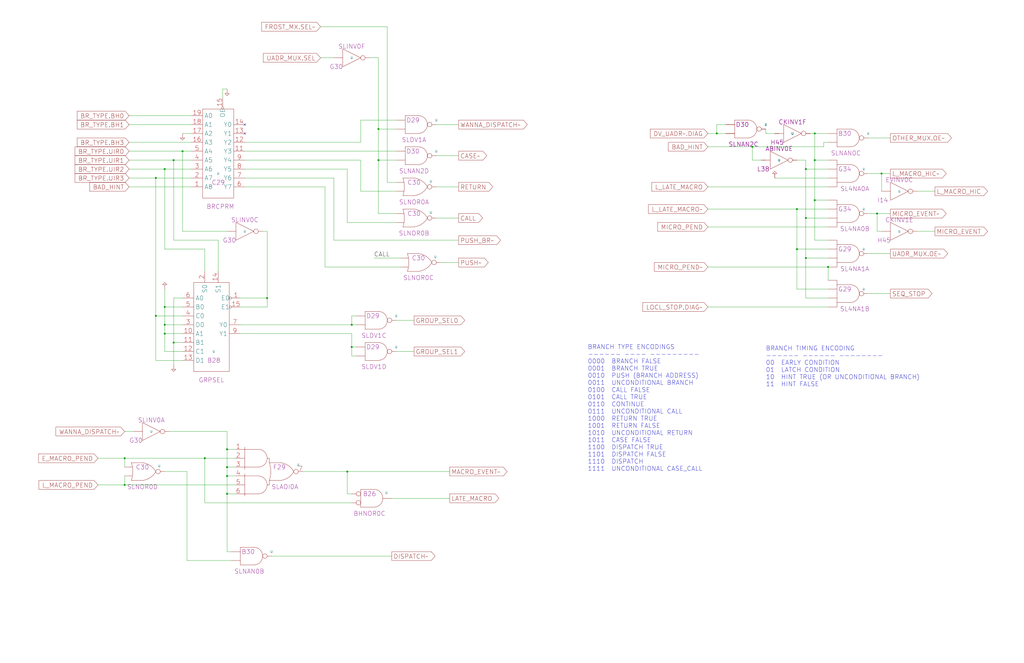
<source format=kicad_sch>
(kicad_sch (version 20220404) (generator eeschema)
  (paper "User" 584.2 378.46)
  (title_block (title "BRANCH TYPE DECODE & UADR OE") (date "22-MAY-90") (rev "1.0") (comment 1 "SEQUENCER") (comment 2 "232-003064") (comment 3 "S400") (comment 4 "RELEASED"))
  (lib_symbols
    (symbol "r1000:F00" (pin_numbers hide) (pin_names hide)
      (property "Reference" "U" (at 15.24 0 0))
      (property "Value" "F00" (at 1.905 -5.08 0))
      (property "Location" "___" (at 1.905 0 0))
      (property "Name" "______" (at 2.54 -12.7 0))
      (symbol "F00_0_1"
        (polyline (pts (xy -2.54 -7.62) (xy 5.08 -7.62)) (stroke (width 0.1524)))
        (polyline (pts (xy -2.54 2.54) (xy -2.54 -7.62)) (stroke (width 0.1524)))
        (polyline (pts (xy -2.54 2.54) (xy 5.08 2.54)) (stroke (width 0.1524)))
        (arc (start 5.08 -7.62) (mid 10.1282 -2.54) (end 5.08 2.54) (stroke (width 0.1524)))
        (circle (center 11.43 -2.54) (radius 1.27) (stroke (width 0.1524)))
      )
      (symbol "F00_0_2"
        (circle (center -3.81 -5.08) (radius 1.27) (stroke (width 0.1524)))
        (circle (center -3.81 0) (radius 1.27) (stroke (width 0.1524)))
        (arc (start -3.175 -7.62) (mid -2.134 -2.54) (end -3.175 2.54) (stroke (width 0.1524)))
        (polyline (pts (xy -3.175 -7.62) (xy 3.81 -7.62)) (stroke (width 0.1524)))
        (polyline (pts (xy -3.175 2.54) (xy 3.81 2.54)) (stroke (width 0.1524)))
        (arc (start 3.81 -7.62) (mid 7.5855 -5.8306) (end 10.16 -2.54) (stroke (width 0.1524)))
        (arc (start 10.16 -2.54) (mid 7.5827 0.7471) (end 3.81 2.54) (stroke (width 0.1524)))
      )
      (symbol "F00_1_1"
        (pin input line (at -7.62 0 0) (length 5.08) (name "D0") (number "1"))
        (pin input line (at -7.62 -5.08 0) (length 5.08) (name "D1") (number "2"))
        (pin output line (at 15.24 -2.54 180) (length 2.54) (name "Q") (number "3"))
      )
      (symbol "F00_1_2"
        (pin input line (at -7.62 0 0) (length 2.54) (name "D0") (number "1"))
        (pin input line (at -7.62 -5.08 0) (length 2.54) (name "D1") (number "2"))
        (pin output line (at 15.24 -2.54 180) (length 5.08) (name "Q") (number "3"))
      )
    )
    (symbol "r1000:F02" (pin_numbers hide) (pin_names hide)
      (property "Reference" "U" (at 12.16 0.635 0))
      (property "Value" "F02" (at -1.27 -4.445 0))
      (property "Location" "___" (at 2.54 0 0))
      (property "Name" "______" (at 2.54 -12.7 0))
      (symbol "F02_0_1"
        (arc (start -3.81 -7.62) (mid -2.9847 -2.54) (end -3.81 2.54) (stroke (width 0.1524)))
        (polyline (pts (xy -5.08 -5.08) (xy -3.175 -5.08)) (stroke (width 0.1524)))
        (polyline (pts (xy -5.08 0) (xy -3.175 0)) (stroke (width 0.1524)))
        (polyline (pts (xy -3.81 -7.62) (xy 2.54 -7.62)) (stroke (width 0.1524)))
        (polyline (pts (xy -3.81 2.54) (xy 2.54 2.54)) (stroke (width 0.1524)))
        (polyline (pts (xy 13.97 -2.54) (xy 12.7 -2.54)) (stroke (width 0.1524)))
        (arc (start 2.54 -7.62) (mid 6.9515 -5.9823) (end 10.16 -2.54) (stroke (width 0.1524)))
        (arc (start 10.16 -2.54) (mid 6.9478 0.8966) (end 2.54 2.54) (stroke (width 0.1524)))
        (circle (center 11.43 -2.54) (radius 1.27) (stroke (width 0.1524)))
      )
      (symbol "F02_0_2"
        (circle (center -3.81 -5.08) (radius 1.27) (stroke (width 0.1524)))
        (circle (center -3.81 0) (radius 1.27) (stroke (width 0.1524)))
        (polyline (pts (xy -2.54 -7.62) (xy 5.08 -7.62)) (stroke (width 0.1524)))
        (polyline (pts (xy -2.54 2.54) (xy -2.54 -7.62)) (stroke (width 0.1524)))
        (polyline (pts (xy -2.54 2.54) (xy 5.08 2.54)) (stroke (width 0.1524)))
        (polyline (pts (xy 11.43 -2.54) (xy 10.16 -2.54)) (stroke (width 0.1524)))
        (polyline (pts (xy 11.43 -2.54) (xy 12.7 -2.54)) (stroke (width 0.1524)))
        (arc (start 5.08 -7.62) (mid 10.1282 -2.54) (end 5.08 2.54) (stroke (width 0.1524)))
      )
      (symbol "F02_1_1"
        (pin input line (at -7.62 0 0) (length 2.54) (name "D0") (number "1"))
        (pin input line (at -7.62 -5.08 0) (length 2.54) (name "D1") (number "2"))
        (pin output line (at 15.24 -2.54 180) (length 1.27) (name "Q") (number "3"))
      )
      (symbol "F02_1_2"
        (pin input line (at -7.62 0 0) (length 2.54) (name "D0") (number "1"))
        (pin input line (at -7.62 -5.08 0) (length 2.54) (name "D1") (number "2"))
        (pin output line (at 15.24 -2.54 180) (length 2.54) (name "Q") (number "3"))
      )
    )
    (symbol "r1000:F04" (pin_numbers hide) (pin_names hide)
      (property "Reference" "U" (at 0 0 0))
      (property "Value" "F04" (at 1.27 -5.08 0))
      (property "Location" "___" (at -12.7 -5.08 0))
      (property "Name" "______" (at 0 5.08 0))
      (symbol "F04_0_1"
        (polyline (pts (xy -7.62 0) (xy -5.08 0)) (stroke (width 0.1524)))
        (polyline (pts (xy -5.08 5.08) (xy -5.08 -5.08)) (stroke (width 0.1524)))
        (polyline (pts (xy 5.08 0) (xy -5.08 -5.08)) (stroke (width 0.1524)))
        (polyline (pts (xy 5.08 0) (xy -5.08 5.08)) (stroke (width 0.1524)))
        (circle (center 6.35 0) (radius 1.27) (stroke (width 0.1524)))
      )
      (symbol "F04_1_1"
        (pin input line (at -10.16 0 0) (length 2.54) (name "D0") (number "1"))
        (pin output line (at 10.16 0 180) (length 2.54) (name "Q") (number "2"))
      )
    )
    (symbol "r1000:F153" (pin_names (offset 1.016))
      (property "Reference" "U" (at 2.54 5.08 0))
      (property "Value" "F153" (at -3.81 -5.08 0))
      (property "Location" "___" (at -1.27 0 0))
      (property "Name" "______" (at 1.27 -12.7 0))
      (symbol "F153_1_1"
        (rectangle (start -8.89 44.45) (end 11.43 -6.35))
        (circle (center 12.065 30.48) (radius 0.635))
        (circle (center 12.065 35.56) (radius 0.635))
        (pin input line (at 17.78 35.56 180) (length 5.08) (name "E0") (number "1"))
        (pin input line (at -15.24 15.24 0) (length 6.35) (name "A1") (number "10"))
        (pin input line (at -15.24 10.16 0) (length 6.35) (name "B1") (number "11"))
        (pin input line (at -15.24 5.08 0) (length 6.35) (name "C1") (number "12"))
        (pin input line (at -15.24 0 0) (length 6.35) (name "D1") (number "13"))
        (pin input line (at 5.08 50.8 270) (length 6.35) (name "S1") (number "14"))
        (pin input line (at 17.78 30.48 180) (length 5.08) (name "E1") (number "15"))
        (pin input line (at -2.54 50.8 270) (length 6.35) (name "S0") (number "2"))
        (pin input line (at -15.24 20.32 0) (length 6.35) (name "D0") (number "3"))
        (pin input line (at -15.24 25.4 0) (length 6.35) (name "C0") (number "4"))
        (pin input line (at -15.24 30.48 0) (length 6.35) (name "B0") (number "5"))
        (pin input line (at -15.24 35.56 0) (length 6.35) (name "A0") (number "6"))
        (pin output line (at 17.78 20.32 180) (length 6.35) (name "Y0") (number "7"))
        (pin output line (at 17.78 15.24 180) (length 6.35) (name "Y1") (number "9"))
      )
    )
    (symbol "r1000:F37" (pin_numbers hide) (pin_names (offset 0) hide)
      (property "Reference" "U" (at 15.24 0 0))
      (property "Value" "F37" (at 1.905 -5.08 0))
      (property "Location" "___" (at 1.905 0 0))
      (property "Name" "______" (at 2.54 -12.7 0))
      (symbol "F37_0_1"
        (polyline (pts (xy -2.54 -7.62) (xy 5.08 -7.62)) (stroke (width 0.1524)))
        (polyline (pts (xy -2.54 2.54) (xy -2.54 -7.62)) (stroke (width 0.1524)))
        (polyline (pts (xy -2.54 2.54) (xy 5.08 2.54)) (stroke (width 0.1524)))
        (arc (start 5.08 -7.62) (mid 10.1282 -2.54) (end 5.08 2.54) (stroke (width 0.1524)))
        (circle (center 11.43 -2.54) (radius 1.27) (stroke (width 0.1524)))
      )
      (symbol "F37_0_2"
        (circle (center -3.81 -5.08) (radius 1.27) (stroke (width 0.1524)))
        (circle (center -3.81 0) (radius 1.27) (stroke (width 0.1524)))
        (arc (start -3.175 -7.62) (mid -2.134 -2.54) (end -3.175 2.54) (stroke (width 0.1524)))
        (polyline (pts (xy -3.175 -7.62) (xy 3.81 -7.62)) (stroke (width 0.1524)))
        (polyline (pts (xy -3.175 2.54) (xy 3.81 2.54)) (stroke (width 0.1524)))
        (arc (start 3.81 -7.62) (mid 7.5855 -5.8306) (end 10.16 -2.54) (stroke (width 0.1524)))
        (arc (start 10.16 -2.54) (mid 7.5827 0.7471) (end 3.81 2.54) (stroke (width 0.1524)))
      )
      (symbol "F37_1_1"
        (pin input line (at -7.62 0 0) (length 5.08) (name "D0") (number "1"))
        (pin input line (at -7.62 -5.08 0) (length 5.08) (name "D1") (number "2"))
        (pin output line (at 15.24 -2.54 180) (length 2.54) (name "Q") (number "3"))
      )
      (symbol "F37_1_2"
        (pin input line (at -7.62 0 0) (length 2.54) (name "D0") (number "1"))
        (pin input line (at -7.62 -5.08 0) (length 2.54) (name "D1") (number "2"))
        (pin output line (at 15.24 -2.54 180) (length 5.08) (name "Q") (number "3"))
      )
    )
    (symbol "r1000:F40" (pin_numbers hide) (pin_names hide)
      (property "Reference" "U" (at 12.7 2.54 0))
      (property "Value" "F40" (at 1.905 -2.54 0))
      (property "Location" "___" (at 1.905 2.54 0))
      (property "Name" "______" (at 7.62 -10.16 0))
      (symbol "F40_0_0"
        (polyline (pts (xy -2.54 -5.08) (xy 5.08 -5.08)) (stroke (width 0.1524)))
        (polyline (pts (xy -2.54 5.08) (xy 5.08 5.08)) (stroke (width 0.1524)))
        (arc (start 5.08 -5.08) (mid 8.6721 -3.5921) (end 10.16 0) (stroke (width 0.1524)))
        (arc (start 10.16 0) (mid 8.6721 3.5921) (end 5.08 5.08) (stroke (width 0.1524)))
        (circle (center 11.43 0) (radius 1.27) (stroke (width 0.1524)))
      )
      (symbol "F40_0_1"
        (polyline (pts (xy -2.54 -5.08) (xy -2.54 -7.62)) (stroke (width 0.1524)))
        (polyline (pts (xy -2.54 5.08) (xy -2.54 -5.08)) (stroke (width 0.1524)))
        (polyline (pts (xy -2.54 7.62) (xy -2.54 5.08)) (stroke (width 0.1524)))
      )
      (symbol "F40_1_1"
        (pin input line (at -7.62 7.62 0) (length 5.08) (name "D0") (number "1"))
        (pin input line (at -7.62 2.54 0) (length 5.08) (name "D3") (number "2"))
        (pin input line (at -7.62 -2.54 0) (length 5.08) (name "D4") (number "4"))
        (pin input line (at -7.62 -7.62 0) (length 5.08) (name "D5") (number "5"))
        (pin output line (at 15.24 0 180) (length 2.54) (name "Q") (number "6"))
      )
    )
    (symbol "r1000:F51" (pin_names hide)
      (property "Reference" "U" (at 12.7 1.27 0))
      (property "Value" "F51" (at 1.905 -5.08 0))
      (property "Location" "___" (at 1.905 0 0))
      (property "Name" "______" (at 5.08 -12.7 0))
      (symbol "F51_0_0"
        (arc (start -10.16 -15.24) (mid -6.5679 -13.7521) (end -5.08 -10.16) (stroke (width 0.1524)))
        (arc (start -10.16 0) (mid -6.5679 1.4879) (end -5.08 5.08) (stroke (width 0.1524)))
        (arc (start -5.08 -10.16) (mid -6.5679 -6.5679) (end -10.16 -5.08) (stroke (width 0.1524)))
        (arc (start -5.08 5.08) (mid -6.5679 8.6721) (end -10.16 10.16) (stroke (width 0.1524)))
        (arc (start -3.8173 -7.62) (mid -2.9926 -2.54) (end -3.8173 2.54) (stroke (width 0.1524)))
        (polyline (pts (xy -20.32 -15.24) (xy -17.78 -15.24)) (stroke (width 0.1524)))
        (polyline (pts (xy -20.32 -10.16) (xy -17.78 -10.16)) (stroke (width 0.1524)))
        (polyline (pts (xy -20.32 -5.08) (xy -17.78 -5.08)) (stroke (width 0.1524)))
        (polyline (pts (xy -20.32 0) (xy -17.78 0)) (stroke (width 0.1524)))
        (polyline (pts (xy -20.32 5.08) (xy -17.78 5.08)) (stroke (width 0.1524)))
        (polyline (pts (xy -20.32 10.16) (xy -17.78 10.16)) (stroke (width 0.1524)))
        (polyline (pts (xy -17.78 -3.81) (xy -17.78 -16.51)) (stroke (width 0.1524)))
        (polyline (pts (xy -17.78 11.43) (xy -17.78 -1.27)) (stroke (width 0.1524)))
        (polyline (pts (xy -10.16 -15.24) (xy -17.78 -15.24)) (stroke (width 0.1524)))
        (polyline (pts (xy -10.16 -5.08) (xy -17.78 -5.08)) (stroke (width 0.1524)))
        (polyline (pts (xy -10.16 0) (xy -17.78 0)) (stroke (width 0.1524)))
        (polyline (pts (xy -10.16 10.16) (xy -17.78 10.16)) (stroke (width 0.1524)))
        (polyline (pts (xy -3.81 -7.62) (xy 2.54 -7.62)) (stroke (width 0.1524)))
        (polyline (pts (xy -3.81 2.54) (xy 2.54 2.54)) (stroke (width 0.1524)))
        (polyline (pts (xy -5.08 -10.16) (xy -3.81 -10.16) (xy -3.81 -7.62)) (stroke (width 0.1524)))
        (polyline (pts (xy -5.08 5.08) (xy -3.81 5.08) (xy -3.81 2.54)) (stroke (width 0.1524)))
        (arc (start 2.54 -7.62) (mid 6.9504 -5.9805) (end 10.16 -2.54) (stroke (width 0.1524)))
        (arc (start 10.16 -2.54) (mid 6.9516 0.9024) (end 2.54 2.54) (stroke (width 0.1524)))
        (circle (center 11.43 -2.54) (radius 1.27) (stroke (width 0.1524)))
      )
      (symbol "F51_1_1"
        (pin input line (at -22.86 10.16 0) (length 2.54) (name "A1") (number "1"))
        (pin input line (at -22.86 5.08 0) (length 2.54) (name "A2") (number "2"))
        (pin input line (at -22.86 0 0) (length 2.54) (name "A3") (number "3"))
        (pin input line (at -22.86 -5.08 0) (length 2.54) (name "B1") (number "4"))
        (pin input line (at -22.86 -10.16 0) (length 2.54) (name "B2") (number "5"))
        (pin input line (at -22.86 -15.24 0) (length 2.54) (name "B3") (number "6"))
        (pin output line (at 15.24 -2.54 180) (length 2.54) (name "Q") (number "7"))
      )
    )
    (symbol "r1000:PAxxx" (pin_names (offset 1.016))
      (property "Reference" "U" (at 2.54 5.08 0))
      (property "Value" "PAxxx" (at -3.81 -7.62 0))
      (property "Location" "___" (at -1.27 0 0))
      (property "Name" "______" (at 3.81 -15.24 0))
      (symbol "PAxxx_1_1"
        (rectangle (start -6.35 41.91) (end 11.43 -8.89))
        (circle (center 5.08 42.545) (radius 0.635))
        (pin input line (at -12.7 -2.54 0) (length 6.35) (name "A8") (number "1"))
        (pin tri_state line (at 17.78 17.78 180) (length 6.35) (name "Y3") (number "11"))
        (pin tri_state line (at 17.78 22.86 180) (length 6.35) (name "Y2") (number "12"))
        (pin tri_state line (at 17.78 27.94 180) (length 6.35) (name "Y1") (number "13"))
        (pin tri_state line (at 17.78 33.02 180) (length 6.35) (name "Y0") (number "14"))
        (pin input line (at 5.08 48.26 270) (length 5.08) (name "OE") (number "15"))
        (pin input line (at -12.7 22.86 0) (length 6.35) (name "A3") (number "16"))
        (pin input line (at -12.7 27.94 0) (length 6.35) (name "A2") (number "17"))
        (pin input line (at -12.7 33.02 0) (length 6.35) (name "A1") (number "18"))
        (pin input line (at -12.7 38.1 0) (length 6.35) (name "A0") (number "19"))
        (pin input line (at -12.7 2.54 0) (length 6.35) (name "A7") (number "2"))
        (pin input line (at -12.7 7.62 0) (length 6.35) (name "A6") (number "3"))
        (pin input line (at -12.7 12.7 0) (length 6.35) (name "A5") (number "4"))
        (pin input line (at -12.7 17.78 0) (length 6.35) (name "A4") (number "5"))
        (pin tri_state line (at 17.78 -2.54 180) (length 6.35) (name "Y7") (number "6"))
        (pin tri_state line (at 17.78 2.54 180) (length 6.35) (name "Y6") (number "7"))
        (pin tri_state line (at 17.78 7.62 180) (length 6.35) (name "Y5") (number "8"))
        (pin tri_state line (at 17.78 12.7 180) (length 6.35) (name "Y4") (number "9"))
      )
    )
    (symbol "r1000:PD" (power) (pin_numbers hide) (pin_names hide) (in_bom no)
      (symbol "PD_0_1"
        (polyline (pts (xy 0 -2.54) (xy 1.27 -2.54) (xy 0 -3.81) (xy -1.27 -2.54) (xy 0 -2.54)) (stroke (width 0.1524)))
      )
      (symbol "PD_1_1"
        (pin power_in line (at 0 0 270) (length 2.54) (name "PD") (number "1"))
      )
    )
    (symbol "r1000:PU" (power) (pin_numbers hide) (pin_names hide)
      (symbol "PU_0_1"
        (polyline (pts (xy 0 2.54) (xy -1.27 2.54) (xy 0 3.81) (xy 1.27 2.54) (xy 0 2.54)) (stroke (width 0.1524)))
      )
      (symbol "PU_1_1"
        (pin power_in line (at 0 0 90) (length 2.54) (name "PU") (number "1"))
      )
    )
  )
  (junction (at 71.12 261.62))
  (junction (at 129.54 266.7))
  (junction (at 88.9 180.34))
  (junction (at 198.12 269.24))
  (junction (at 99.06 195.58))
  (junction (at 116.84 261.62))
  (junction (at 152.4 170.18))
  (junction (at 502.92 99.06))
  (junction (at 99.06 91.44))
  (junction (at 408.94 76.2))
  (junction (at 129.54 281.94))
  (junction (at 500.38 121.92))
  (junction (at 464.82 76.2))
  (junction (at 93.98 175.26))
  (junction (at 200.66 198.12))
  (junction (at 472.44 152.4))
  (junction (at 459.74 147.32))
  (junction (at 93.98 96.52))
  (junction (at 129.54 256.54))
  (junction (at 88.9 101.6))
  (junction (at 129.54 271.78))
  (junction (at 215.9 91.44))
  (junction (at 459.74 96.52))
  (junction (at 93.98 190.5))
  (junction (at 104.14 86.36))
  (junction (at 459.74 124.46))
  (junction (at 454.66 119.38))
  (junction (at 429.26 83.82))
  (junction (at 215.9 73.66))
  (junction (at 71.12 276.86))
  (junction (at 464.82 114.3))
  (junction (at 93.98 185.42))
  (junction (at 200.66 185.42))
  (junction (at 454.66 142.24))
  (junction (at 464.82 91.44))
  (no_connect (at 139.7 71.12))
  (no_connect (at 139.7 76.2))
  (wire (pts (xy 93.98 185.42) (xy 104.14 185.42)))
  (wire (pts (xy 129.54 132.08) (xy 104.14 132.08)))
  (wire (pts (xy 205.74 81.28) (xy 205.74 68.58)))
  (wire (pts (xy 213.36 147.32) (xy 228.6 147.32)))
  (wire (pts (xy 93.98 190.5) (xy 93.98 185.42)))
  (wire (pts (xy 454.66 119.38) (xy 454.66 142.24)))
  (wire (pts (xy 408.94 71.12) (xy 408.94 76.2)))
  (wire (pts (xy 454.66 119.38) (xy 472.44 119.38)))
  (wire (pts (xy 210.82 33.02) (xy 215.9 33.02)))
  (wire (pts (xy 403.86 129.54) (xy 472.44 129.54)))
  (wire (pts (xy 200.66 281.94) (xy 198.12 281.94)))
  (wire (pts (xy 129.54 271.78) (xy 134.62 271.78)))
  (wire (pts (xy 200.66 203.2) (xy 200.66 198.12)))
  (wire (pts (xy 116.84 287.02) (xy 200.66 287.02)))
  (wire (pts (xy 472.44 152.4) (xy 472.44 160.02)))
  (wire (pts (xy 464.82 91.44) (xy 464.82 114.3)))
  (wire (pts (xy 71.12 261.62) (xy 116.84 261.62)))
  (wire (pts (xy 152.4 175.26) (xy 152.4 170.18)))
  (wire (pts (xy 500.38 121.92) (xy 508 121.92)))
  (wire (pts (xy 464.82 137.16) (xy 472.44 137.16)))
  (wire (pts (xy 99.06 91.44) (xy 109.22 91.44)))
  (wire (pts (xy 215.9 73.66) (xy 226.06 73.66)))
  (wire (pts (xy 203.2 180.34) (xy 200.66 180.34)))
  (wire (pts (xy 152.4 132.08) (xy 152.4 170.18)))
  (wire (pts (xy 106.68 320.04) (xy 132.08 320.04)))
  (wire (pts (xy 454.66 91.44) (xy 459.74 91.44)))
  (wire (pts (xy 139.7 101.6) (xy 190.5 101.6)))
  (wire (pts (xy 104.14 205.74) (xy 88.9 205.74)))
  (wire (pts (xy 414.02 71.12) (xy 408.94 71.12)))
  (wire (pts (xy 403.86 175.26) (xy 472.44 175.26)))
  (wire (pts (xy 226.06 200.66) (xy 236.22 200.66)))
  (wire (pts (xy 464.82 114.3) (xy 464.82 137.16)))
  (wire (pts (xy 93.98 200.66) (xy 93.98 190.5)))
  (wire (pts (xy 523.24 109.22) (xy 533.4 109.22)))
  (wire (pts (xy 116.84 142.24) (xy 93.98 142.24)))
  (wire (pts (xy 96.52 246.38) (xy 129.54 246.38)))
  (wire (pts (xy 73.66 101.6) (xy 88.9 101.6)))
  (wire (pts (xy 99.06 137.16) (xy 99.06 91.44)))
  (wire (pts (xy 88.9 180.34) (xy 104.14 180.34)))
  (wire (pts (xy 116.84 261.62) (xy 134.62 261.62)))
  (wire (pts (xy 185.42 152.4) (xy 228.6 152.4)))
  (wire (pts (xy 129.54 281.94) (xy 129.54 314.96)))
  (wire (pts (xy 459.74 96.52) (xy 459.74 124.46)))
  (wire (pts (xy 139.7 96.52) (xy 198.12 96.52)))
  (wire (pts (xy 459.74 124.46) (xy 459.74 147.32)))
  (wire (pts (xy 469.9 81.28) (xy 472.44 81.28)))
  (wire (pts (xy 502.92 99.06) (xy 502.92 109.22)))
  (wire (pts (xy 248.92 124.46) (xy 261.62 124.46)))
  (wire (pts (xy 462.28 76.2) (xy 464.82 76.2)))
  (wire (pts (xy 454.66 142.24) (xy 472.44 142.24)))
  (wire (pts (xy 129.54 281.94) (xy 134.62 281.94)))
  (wire (pts (xy 459.74 124.46) (xy 472.44 124.46)))
  (wire (pts (xy 129.54 271.78) (xy 129.54 281.94)))
  (wire (pts (xy 200.66 180.34) (xy 200.66 185.42)))
  (wire (pts (xy 73.66 81.28) (xy 109.22 81.28)))
  (wire (pts (xy 129.54 256.54) (xy 129.54 266.7)))
  (wire (pts (xy 226.06 127) (xy 198.12 127)))
  (wire (pts (xy 129.54 266.7) (xy 129.54 271.78)))
  (wire (pts (xy 99.06 195.58) (xy 104.14 195.58)))
  (wire (pts (xy 93.98 96.52) (xy 109.22 96.52)))
  (wire (pts (xy 73.66 66.04) (xy 109.22 66.04)))
  (wire (pts (xy 154.94 317.5) (xy 223.52 317.5)))
  (wire (pts (xy 469.9 83.82) (xy 469.9 81.28)))
  (wire (pts (xy 129.54 246.38) (xy 129.54 256.54)))
  (wire (pts (xy 454.66 142.24) (xy 454.66 165.1)))
  (wire (pts (xy 454.66 165.1) (xy 472.44 165.1)))
  (wire (pts (xy 93.98 96.52) (xy 93.98 142.24)))
  (wire (pts (xy 99.06 208.28) (xy 99.06 195.58)))
  (wire (pts (xy 73.66 96.52) (xy 93.98 96.52)))
  (wire (pts (xy 73.66 71.12) (xy 109.22 71.12)))
  (wire (pts (xy 464.82 76.2) (xy 464.82 91.44)))
  (wire (pts (xy 403.86 83.82) (xy 429.26 83.82)))
  (wire (pts (xy 185.42 106.68) (xy 185.42 152.4)))
  (wire (pts (xy 93.98 190.5) (xy 104.14 190.5)))
  (wire (pts (xy 198.12 269.24) (xy 256.54 269.24)))
  (wire (pts (xy 129.54 266.7) (xy 134.62 266.7)))
  (wire (pts (xy 88.9 205.74) (xy 88.9 180.34)))
  (wire (pts (xy 71.12 261.62) (xy 71.12 266.7)))
  (wire (pts (xy 88.9 101.6) (xy 109.22 101.6)))
  (wire (pts (xy 248.92 88.9) (xy 261.62 88.9)))
  (wire (pts (xy 436.88 73.66) (xy 436.88 76.2)))
  (wire (pts (xy 495.3 167.64) (xy 508 167.64)))
  (wire (pts (xy 436.88 76.2) (xy 441.96 76.2)))
  (wire (pts (xy 124.46 154.94) (xy 124.46 137.16)))
  (wire (pts (xy 495.3 78.74) (xy 508 78.74)))
  (wire (pts (xy 139.7 81.28) (xy 205.74 81.28)))
  (wire (pts (xy 129.54 256.54) (xy 134.62 256.54)))
  (wire (pts (xy 251.46 149.86) (xy 261.62 149.86)))
  (wire (pts (xy 200.66 185.42) (xy 203.2 185.42)))
  (wire (pts (xy 124.46 137.16) (xy 99.06 137.16)))
  (wire (pts (xy 215.9 121.92) (xy 215.9 91.44)))
  (wire (pts (xy 459.74 170.18) (xy 472.44 170.18)))
  (wire (pts (xy 408.94 76.2) (xy 414.02 76.2)))
  (wire (pts (xy 137.16 190.5) (xy 200.66 190.5)))
  (wire (pts (xy 129.54 314.96) (xy 132.08 314.96)))
  (wire (pts (xy 248.92 106.68) (xy 261.62 106.68)))
  (wire (pts (xy 459.74 96.52) (xy 472.44 96.52)))
  (wire (pts (xy 464.82 76.2) (xy 472.44 76.2)))
  (wire (pts (xy 502.92 132.08) (xy 500.38 132.08)))
  (wire (pts (xy 226.06 121.92) (xy 215.9 121.92)))
  (wire (pts (xy 137.16 185.42) (xy 200.66 185.42)))
  (wire (pts (xy 500.38 121.92) (xy 500.38 132.08)))
  (wire (pts (xy 459.74 147.32) (xy 472.44 147.32)))
  (wire (pts (xy 429.26 83.82) (xy 469.9 83.82)))
  (wire (pts (xy 198.12 281.94) (xy 198.12 269.24)))
  (wire (pts (xy 464.82 114.3) (xy 472.44 114.3)))
  (wire (pts (xy 200.66 198.12) (xy 203.2 198.12)))
  (wire (pts (xy 73.66 86.36) (xy 104.14 86.36)))
  (wire (pts (xy 223.52 284.48) (xy 256.54 284.48)))
  (wire (pts (xy 403.86 152.4) (xy 472.44 152.4)))
  (wire (pts (xy 502.92 99.06) (xy 508 99.06)))
  (wire (pts (xy 116.84 261.62) (xy 116.84 287.02)))
  (wire (pts (xy 190.5 137.16) (xy 261.62 137.16)))
  (wire (pts (xy 226.06 182.88) (xy 236.22 182.88)))
  (wire (pts (xy 104.14 86.36) (xy 109.22 86.36)))
  (wire (pts (xy 116.84 154.94) (xy 116.84 142.24)))
  (wire (pts (xy 71.12 246.38) (xy 76.2 246.38)))
  (wire (pts (xy 104.14 200.66) (xy 93.98 200.66)))
  (wire (pts (xy 429.26 91.44) (xy 429.26 83.82)))
  (wire (pts (xy 203.2 203.2) (xy 200.66 203.2)))
  (wire (pts (xy 93.98 175.26) (xy 104.14 175.26)))
  (wire (pts (xy 93.98 165.1) (xy 93.98 175.26)))
  (wire (pts (xy 215.9 91.44) (xy 226.06 91.44)))
  (wire (pts (xy 139.7 106.68) (xy 185.42 106.68)))
  (wire (pts (xy 441.96 101.6) (xy 472.44 101.6)))
  (wire (pts (xy 495.3 99.06) (xy 502.92 99.06)))
  (wire (pts (xy 172.72 269.24) (xy 198.12 269.24)))
  (wire (pts (xy 137.16 175.26) (xy 152.4 175.26)))
  (wire (pts (xy 182.88 15.24) (xy 220.98 15.24)))
  (wire (pts (xy 137.16 170.18) (xy 152.4 170.18)))
  (wire (pts (xy 99.06 195.58) (xy 99.06 170.18)))
  (wire (pts (xy 149.86 132.08) (xy 152.4 132.08)))
  (wire (pts (xy 495.3 121.92) (xy 500.38 121.92)))
  (wire (pts (xy 73.66 106.68) (xy 109.22 106.68)))
  (wire (pts (xy 93.98 185.42) (xy 93.98 175.26)))
  (wire (pts (xy 226.06 104.14) (xy 220.98 104.14)))
  (wire (pts (xy 459.74 147.32) (xy 459.74 170.18)))
  (wire (pts (xy 55.88 276.86) (xy 71.12 276.86)))
  (wire (pts (xy 88.9 180.34) (xy 88.9 101.6)))
  (wire (pts (xy 403.86 119.38) (xy 454.66 119.38)))
  (wire (pts (xy 139.7 91.44) (xy 205.74 91.44)))
  (wire (pts (xy 129.54 50.8) (xy 127 50.8)))
  (wire (pts (xy 215.9 73.66) (xy 215.9 91.44)))
  (wire (pts (xy 403.86 106.68) (xy 472.44 106.68)))
  (wire (pts (xy 200.66 190.5) (xy 200.66 198.12)))
  (wire (pts (xy 248.92 71.12) (xy 261.62 71.12)))
  (wire (pts (xy 104.14 132.08) (xy 104.14 86.36)))
  (wire (pts (xy 220.98 15.24) (xy 220.98 104.14)))
  (wire (pts (xy 182.88 33.02) (xy 190.5 33.02)))
  (wire (pts (xy 198.12 96.52) (xy 198.12 127)))
  (wire (pts (xy 495.3 144.78) (xy 508 144.78)))
  (wire (pts (xy 139.7 86.36) (xy 226.06 86.36)))
  (wire (pts (xy 459.74 91.44) (xy 459.74 96.52)))
  (wire (pts (xy 190.5 101.6) (xy 190.5 137.16)))
  (wire (pts (xy 127 50.8) (xy 127 55.88)))
  (wire (pts (xy 523.24 132.08) (xy 533.4 132.08)))
  (wire (pts (xy 93.98 269.24) (xy 106.68 269.24)))
  (wire (pts (xy 99.06 170.18) (xy 104.14 170.18)))
  (wire (pts (xy 464.82 91.44) (xy 472.44 91.44)))
  (wire (pts (xy 434.34 91.44) (xy 429.26 91.44)))
  (wire (pts (xy 215.9 33.02) (xy 215.9 73.66)))
  (wire (pts (xy 55.88 261.62) (xy 71.12 261.62)))
  (wire (pts (xy 205.74 91.44) (xy 205.74 109.22)))
  (wire (pts (xy 104.14 76.2) (xy 109.22 76.2)))
  (wire (pts (xy 73.66 91.44) (xy 99.06 91.44)))
  (wire (pts (xy 403.86 76.2) (xy 408.94 76.2)))
  (wire (pts (xy 106.68 269.24) (xy 106.68 320.04)))
  (wire (pts (xy 71.12 271.78) (xy 71.12 276.86)))
  (wire (pts (xy 205.74 109.22) (xy 226.06 109.22)))
  (wire (pts (xy 71.12 276.86) (xy 134.62 276.86)))
  (wire (pts (xy 205.74 68.58) (xy 226.06 68.58)))
  (text "BRANCH TYPE ENCODINGS\n------ ---- ---------\n0000  BRANCH FALSE\n0001  BRANCH TRUE\n0010  PUSH (BRANCH ADDRESS)\n0011  UNCONDITIONAL BRANCH\n0100  CALL FALSE\n0101  CALL TRUE\n0110  CONTINUE\n0111  UNCONDITIONAL CALL\n1000  RETURN TRUE\n1001  RETURN FALSE\n1010  UNCONDITIONAL RETURN\n1011  CASE FALSE\n1100  DISPATCH TRUE\n1101  DISPATCH FALSE\n1110  DISPATCH\n1111  UNCONDITIONAL CASE_CALL\n" (at 335.28 269.24 0) (effects (font (size 2.54 2.54)) (justify left bottom)))
  (text "BRANCH TIMING ENCODING\n------ ------ --------\n00  EARLY CONDITION\n01  LATCH CONDITION\n10  HINT TRUE (OR UNCONDITIONAL BRANCH)\n11  HINT FALSE" (at 436.88 220.98 0) (effects (font (size 2.54 2.54)) (justify left bottom)))
  (label "CALL" (at 213.36 147.32 0) (effects (font (size 2.54 2.54))))
  (global_label "RETURN" (shape output) (at 261.62 106.68 0) (effects (font (size 2.54 2.54))) (property "Intersheet References" "${INTERSHEET_REFS}" (at 281.0812 106.5213 0) (effects (font (size 1.905 1.905)) (justify left))))
  (global_label "L_LATE_MACRO~" (shape input) (at 403.86 119.38 180) (effects (font (size 2.54 2.54))) (property "Intersheet References" "${INTERSHEET_REFS}" (at 370.0054 119.2213 0) (effects (font (size 1.905 1.905)) (justify right))))
  (global_label "DISPATCH~" (shape output) (at 223.52 317.5 0) (effects (font (size 2.54 2.54))) (property "Intersheet References" "${INTERSHEET_REFS}" (at 248.1822 317.3413 0) (effects (font (size 1.905 1.905)) (justify left))))
  (global_label "BR_TYPE.UIR3" (shape input) (at 73.66 101.6 180) (effects (font (size 2.54 2.54))) (property "Intersheet References" "${INTERSHEET_REFS}" (at 42.8292 101.4413 0) (effects (font (size 1.905 1.905)) (justify right))))
  (global_label "L_MACRO_PEND" (shape input) (at 55.88 276.86 180) (effects (font (size 2.54 2.54))) (property "Intersheet References" "${INTERSHEET_REFS}" (at 22.2673 276.7013 0) (effects (font (size 1.905 1.905)) (justify right))))
  (global_label "UADR_MUX.OE~" (shape output) (at 508 144.78 0) (effects (font (size 2.54 2.54))) (property "Intersheet References" "${INTERSHEET_REFS}" (at 540.645 144.6213 0) (effects (font (size 1.905 1.905)) (justify left))))
  (global_label "BAD_HINT" (shape input) (at 73.66 106.68 180) (effects (font (size 2.54 2.54))) (property "Intersheet References" "${INTERSHEET_REFS}" (at 51.175 106.5213 0) (effects (font (size 1.905 1.905)) (justify right))))
  (global_label "DV_UADR~.DIAG" (shape input) (at 403.86 76.2 180) (effects (font (size 2.54 2.54))) (property "Intersheet References" "${INTERSHEET_REFS}" (at 370.973 76.0413 0) (effects (font (size 1.905 1.905)) (justify right))))
  (global_label "E_MACRO_PEND" (shape input) (at 55.88 261.62 180) (effects (font (size 2.54 2.54))) (property "Intersheet References" "${INTERSHEET_REFS}" (at 22.0254 261.4613 0) (effects (font (size 1.905 1.905)) (justify right))))
  (global_label "BR_TYPE.BH3" (shape input) (at 73.66 81.28 180) (effects (font (size 2.54 2.54))) (property "Intersheet References" "${INTERSHEET_REFS}" (at 44.0388 81.1213 0) (effects (font (size 1.905 1.905)) (justify right))))
  (global_label "LATE_MACRO" (shape output) (at 256.54 284.48 0) (effects (font (size 2.54 2.54))) (property "Intersheet References" "${INTERSHEET_REFS}" (at 284.5889 284.3213 0) (effects (font (size 1.905 1.905)) (justify left))))
  (global_label "BR_TYPE.UIR0" (shape input) (at 73.66 86.36 180) (effects (font (size 2.54 2.54))) (property "Intersheet References" "${INTERSHEET_REFS}" (at 42.8292 86.2013 0) (effects (font (size 1.905 1.905)) (justify right))))
  (global_label "MICRO_EVENT~" (shape output) (at 508 121.92 0) (effects (font (size 2.54 2.54))) (property "Intersheet References" "${INTERSHEET_REFS}" (at 539.7984 121.7613 0) (effects (font (size 1.905 1.905)) (justify left))))
  (global_label "BR_TYPE.BH0" (shape input) (at 73.66 66.04 180) (effects (font (size 2.54 2.54))) (property "Intersheet References" "${INTERSHEET_REFS}" (at 44.0388 65.8813 0) (effects (font (size 1.905 1.905)) (justify right))))
  (global_label "GROUP_SEL1" (shape output) (at 236.22 200.66 0) (effects (font (size 2.54 2.54))) (property "Intersheet References" "${INTERSHEET_REFS}" (at 265.1155 200.5013 0) (effects (font (size 1.905 1.905)) (justify left))))
  (global_label "UADR_MUX.SEL" (shape input) (at 182.88 33.02 180) (effects (font (size 2.54 2.54))) (property "Intersheet References" "${INTERSHEET_REFS}" (at 150.235 32.8613 0) (effects (font (size 1.905 1.905)) (justify right))))
  (global_label "CALL" (shape output) (at 261.62 124.46 0) (effects (font (size 2.54 2.54))) (property "Intersheet References" "${INTERSHEET_REFS}" (at 275.2755 124.3013 0) (effects (font (size 1.905 1.905)) (justify left))))
  (global_label "PUSH~" (shape output) (at 261.62 149.86 0) (effects (font (size 2.54 2.54))) (property "Intersheet References" "${INTERSHEET_REFS}" (at 278.5412 149.7013 0) (effects (font (size 1.905 1.905)) (justify left))))
  (global_label "BR_TYPE.BH1" (shape input) (at 73.66 71.12 180) (effects (font (size 2.54 2.54))) (property "Intersheet References" "${INTERSHEET_REFS}" (at 44.0388 70.9613 0) (effects (font (size 1.905 1.905)) (justify right))))
  (global_label "L_MACRO_HIC" (shape output) (at 533.4 109.22 0) (effects (font (size 2.54 2.54))) (property "Intersheet References" "${INTERSHEET_REFS}" (at 563.3841 109.0613 0) (effects (font (size 1.905 1.905)) (justify left))))
  (global_label "CASE~" (shape output) (at 261.62 88.9 0) (effects (font (size 2.54 2.54))) (property "Intersheet References" "${INTERSHEET_REFS}" (at 277.6946 88.7413 0) (effects (font (size 1.905 1.905)) (justify left))))
  (global_label "GROUP_SEL0" (shape output) (at 236.22 182.88 0) (effects (font (size 2.54 2.54))) (property "Intersheet References" "${INTERSHEET_REFS}" (at 265.1155 182.7213 0) (effects (font (size 1.905 1.905)) (justify left))))
  (global_label "LOCL_STOP.DIAG~" (shape input) (at 403.86 175.26 180) (effects (font (size 2.54 2.54))) (property "Intersheet References" "${INTERSHEET_REFS}" (at 366.7397 175.1013 0) (effects (font (size 1.905 1.905)) (justify right))))
  (global_label "BR_TYPE.UIR1" (shape input) (at 73.66 91.44 180) (effects (font (size 2.54 2.54))) (property "Intersheet References" "${INTERSHEET_REFS}" (at 42.8292 91.2813 0) (effects (font (size 1.905 1.905)) (justify right))))
  (global_label "BR_TYPE.UIR2" (shape input) (at 73.66 96.52 180) (effects (font (size 2.54 2.54))) (property "Intersheet References" "${INTERSHEET_REFS}" (at 42.8292 96.3613 0) (effects (font (size 1.905 1.905)) (justify right))))
  (global_label "PUSH_BR~" (shape output) (at 261.62 137.16 0) (effects (font (size 2.54 2.54))) (property "Intersheet References" "${INTERSHEET_REFS}" (at 285.5565 137.0013 0) (effects (font (size 1.905 1.905)) (justify left))))
  (global_label "BAD_HINT" (shape input) (at 403.86 83.82 180) (effects (font (size 2.54 2.54))) (property "Intersheet References" "${INTERSHEET_REFS}" (at 381.375 83.6613 0) (effects (font (size 1.905 1.905)) (justify right))))
  (global_label "SEQ_STOP" (shape output) (at 508 167.64 0) (effects (font (size 2.54 2.54))) (property "Intersheet References" "${INTERSHEET_REFS}" (at 531.6946 167.4813 0) (effects (font (size 1.905 1.905)) (justify left))))
  (global_label "OTHER_MUX.OE~" (shape output) (at 508 78.74 0) (effects (font (size 2.54 2.54))) (property "Intersheet References" "${INTERSHEET_REFS}" (at 542.8222 78.5813 0) (effects (font (size 1.905 1.905)) (justify left))))
  (global_label "WANNA_DISPATCH~" (shape output) (at 261.62 71.12 0) (effects (font (size 2.54 2.54))) (property "Intersheet References" "${INTERSHEET_REFS}" (at 300.7965 70.9613 0) (effects (font (size 1.905 1.905)) (justify left))))
  (global_label "WANNA_DISPATCH~" (shape input) (at 71.12 246.38 180) (effects (font (size 2.54 2.54))) (property "Intersheet References" "${INTERSHEET_REFS}" (at 31.9435 246.2213 0) (effects (font (size 1.905 1.905)) (justify right))))
  (global_label "MICRO_PEND" (shape input) (at 403.86 129.54 180) (effects (font (size 2.54 2.54))) (property "Intersheet References" "${INTERSHEET_REFS}" (at 375.2064 129.3813 0) (effects (font (size 1.905 1.905)) (justify right))))
  (global_label "FROST_MX.SEL~" (shape input) (at 182.88 15.24 180) (effects (font (size 2.54 2.54))) (property "Intersheet References" "${INTERSHEET_REFS}" (at 149.2673 15.0813 0) (effects (font (size 1.905 1.905)) (justify right))))
  (global_label "L_MACRO_HIC~" (shape output) (at 508 99.06 0) (effects (font (size 2.54 2.54))) (property "Intersheet References" "${INTERSHEET_REFS}" (at 539.7984 98.9013 0) (effects (font (size 1.905 1.905)) (justify left))))
  (global_label "MACRO_EVENT~" (shape output) (at 256.54 269.24 0) (effects (font (size 2.54 2.54))) (property "Intersheet References" "${INTERSHEET_REFS}" (at 289.306 269.0813 0) (effects (font (size 1.905 1.905)) (justify left))))
  (global_label "L_LATE_MACRO" (shape input) (at 403.86 106.68 180) (effects (font (size 2.54 2.54))) (property "Intersheet References" "${INTERSHEET_REFS}" (at 371.8197 106.5213 0) (effects (font (size 1.905 1.905)) (justify right))))
  (global_label "MICRO_EVENT" (shape output) (at 533.4 132.08 0) (effects (font (size 2.54 2.54))) (property "Intersheet References" "${INTERSHEET_REFS}" (at 563.3841 131.9213 0) (effects (font (size 1.905 1.905)) (justify left))))
  (global_label "MICRO_PEND~" (shape input) (at 403.86 152.4 180) (effects (font (size 2.54 2.54))) (property "Intersheet References" "${INTERSHEET_REFS}" (at 373.3921 152.2413 0) (effects (font (size 1.905 1.905)) (justify right))))
  (symbol (lib_id "r1000:F40") (at 480.06 144.78 0) (unit 1)
    (default_instance (reference "U") (unit 1) (value "") (footprint ""))
    (property "Reference" "U" (at 492.76 142.24 0))
    (property "Location" "G29" (at 481.965 142.24 0) (effects (font (size 2.54 2.54))))
    (property "Name" "SL4NA1A" (at 487.68 154.94 0) (effects (font (size 2.54 2.54)) (justify bottom)))
  )
  (symbol (lib_id "r1000:F04") (at 452.12 76.2 0) (unit 1)
    (default_instance (reference "U") (unit 1) (value "") (footprint ""))
    (property "Reference" "U" (at 452.12 76.2 0))
    (property "Location" "H45" (at 439.42 81.28 0) (effects (font (size 2.54 2.54)) (justify left)))
    (property "Name" "CKINV1F" (at 452.12 71.12 0) (effects (font (size 2.54 2.54)) (justify bottom)))
  )
  (symbol (lib_id "r1000:F40") (at 480.06 99.06 0) (unit 1)
    (default_instance (reference "U") (unit 1) (value "") (footprint ""))
    (property "Reference" "U" (at 492.76 96.52 0))
    (property "Location" "G34" (at 481.965 96.52 0) (effects (font (size 2.54 2.54))))
    (property "Name" "SL4NA0A" (at 487.68 109.22 0) (effects (font (size 2.54 2.54)) (justify bottom)))
  )
  (symbol (lib_id "r1000:PD") (at 129.54 50.8 0) (unit 1) (in_bom no)
    (default_instance (reference "U") (unit 1) (value "") (footprint ""))
    (property "Reference" "U" (effects hide))
  )
  (symbol (lib_id "r1000:F153") (at 119.38 205.74 0) (unit 1)
    (default_instance (reference "U") (unit 1) (value "") (footprint ""))
    (property "Reference" "U" (at 121.92 200.66 0))
    (property "Location" "B28" (at 118.11 205.74 0) (effects (font (size 2.54 2.54)) (justify left)))
    (property "Name" "GRPSEL" (at 120.65 218.44 0) (effects (font (size 2.54 2.54)) (justify bottom)))
  )
  (symbol (lib_id "r1000:F02") (at 236.22 147.32 0) (unit 1)
    (default_instance (reference "U") (unit 1) (value "") (footprint ""))
    (property "Reference" "U" (at 248.38 146.685 0))
    (property "Location" "C30" (at 238.76 147.32 0) (effects (font (size 2.54 2.54))))
    (property "Name" "SLNOR0C" (at 238.76 160.02 0) (effects (font (size 2.54 2.54)) (justify bottom)))
  )
  (symbol (lib_id "r1000:F04") (at 139.7 132.08 0) (unit 1)
    (default_instance (reference "U") (unit 1) (value "") (footprint ""))
    (property "Reference" "U" (at 139.7 132.08 0))
    (property "Location" "G30" (at 127 137.16 0) (effects (font (size 2.54 2.54)) (justify left)))
    (property "Name" "SLINV0C" (at 139.7 127 0) (effects (font (size 2.54 2.54)) (justify bottom)))
  )
  (symbol (lib_id "r1000:F00") (at 233.68 86.36 0) (unit 1)
    (default_instance (reference "U") (unit 1) (value "") (footprint ""))
    (property "Reference" "U" (at 248.92 86.36 0))
    (property "Location" "D30" (at 235.585 86.36 0) (effects (font (size 2.54 2.54))))
    (property "Name" "SLNAN2D" (at 236.22 99.06 0) (effects (font (size 2.54 2.54)) (justify bottom)))
  )
  (symbol (lib_id "r1000:F37") (at 233.68 68.58 0) (unit 1)
    (default_instance (reference "U") (unit 1) (value "") (footprint ""))
    (property "Reference" "U" (at 248.92 68.58 0))
    (property "Location" "D29" (at 235.585 68.58 0) (effects (font (size 2.54 2.54))))
    (property "Name" "SLDV1A" (at 236.22 81.28 0) (effects (font (size 2.54 2.54)) (justify bottom)))
  )
  (symbol (lib_id "r1000:F04") (at 200.66 33.02 0) (unit 1)
    (default_instance (reference "U") (unit 1) (value "") (footprint ""))
    (property "Reference" "U" (at 200.66 33.02 0))
    (property "Location" "G30" (at 187.96 38.1 0) (effects (font (size 2.54 2.54)) (justify left)))
    (property "Name" "SLINV0F" (at 200.66 27.94 0) (effects (font (size 2.54 2.54)) (justify bottom)))
  )
  (symbol (lib_id "r1000:PU") (at 93.98 165.1 0) (unit 1)
    (default_instance (reference "U") (unit 1) (value "") (footprint ""))
    (property "Reference" "U" (effects hide))
  )
  (symbol (lib_id "r1000:F37") (at 210.82 198.12 0) (unit 1)
    (default_instance (reference "U") (unit 1) (value "") (footprint ""))
    (property "Reference" "U" (at 226.06 198.12 0))
    (property "Location" "D29" (at 212.725 198.12 0) (effects (font (size 2.54 2.54))))
    (property "Name" "SLDV1D" (at 213.36 210.82 0) (effects (font (size 2.54 2.54)) (justify bottom)))
  )
  (symbol (lib_id "r1000:F00") (at 480.06 76.2 0) (unit 1)
    (default_instance (reference "U") (unit 1) (value "") (footprint ""))
    (property "Reference" "U" (at 495.3 76.2 0))
    (property "Location" "B30" (at 481.965 76.2 0) (effects (font (size 2.54 2.54))))
    (property "Name" "SLNAN0C" (at 482.6 88.9 0) (effects (font (size 2.54 2.54)) (justify bottom)))
  )
  (symbol (lib_id "r1000:PD") (at 104.14 76.2 0) (unit 1) (in_bom no)
    (default_instance (reference "U") (unit 1) (value "") (footprint ""))
    (property "Reference" "U" (effects hide))
  )
  (symbol (lib_id "r1000:F02") (at 208.28 281.94 0) (unit 1) (convert 2)
    (default_instance (reference "U") (unit 1) (value "") (footprint ""))
    (property "Reference" "U" (at 220.44 281.305 0))
    (property "Location" "B26" (at 210.82 281.94 0) (effects (font (size 2.54 2.54))))
    (property "Name" "BHNOR0C" (at 210.82 294.64 0) (effects (font (size 2.54 2.54)) (justify bottom)))
  )
  (symbol (lib_id "r1000:PAxxx") (at 121.92 104.14 0) (unit 1)
    (default_instance (reference "U") (unit 1) (value "") (footprint ""))
    (property "Reference" "U" (at 124.46 99.06 0))
    (property "Location" "C29" (at 120.65 104.14 0) (effects (font (size 2.54 2.54)) (justify left)))
    (property "Name" "BRCPRM" (at 125.73 119.38 0) (effects (font (size 2.54 2.54)) (justify bottom)))
  )
  (symbol (lib_id "r1000:F04") (at 513.08 109.22 0) (unit 1)
    (default_instance (reference "U") (unit 1) (value "") (footprint ""))
    (property "Reference" "U" (at 513.08 109.22 0))
    (property "Location" "I14" (at 500.38 114.3 0) (effects (font (size 2.54 2.54)) (justify left)))
    (property "Name" "EVINV0C" (at 513.08 104.14 0) (effects (font (size 2.54 2.54)) (justify bottom)))
  )
  (symbol (lib_id "r1000:F04") (at 86.36 246.38 0) (unit 1)
    (default_instance (reference "U") (unit 1) (value "") (footprint ""))
    (property "Reference" "U" (at 86.36 246.38 0))
    (property "Location" "G30" (at 73.66 251.46 0) (effects (font (size 2.54 2.54)) (justify left)))
    (property "Name" "SLINV0A" (at 86.36 241.3 0) (effects (font (size 2.54 2.54)) (justify bottom)))
  )
  (symbol (lib_id "r1000:F02") (at 78.74 266.7 0) (unit 1)
    (default_instance (reference "U") (unit 1) (value "") (footprint ""))
    (property "Reference" "U" (at 90.9 266.065 0))
    (property "Location" "C30" (at 81.28 266.7 0) (effects (font (size 2.54 2.54))))
    (property "Name" "SLNOR0D" (at 81.28 279.4 0) (effects (font (size 2.54 2.54)) (justify bottom)))
  )
  (symbol (lib_id "r1000:PU") (at 441.96 101.6 0) (unit 1)
    (default_instance (reference "U") (unit 1) (value "") (footprint ""))
    (property "Reference" "U" (effects hide))
  )
  (symbol (lib_id "r1000:F02") (at 233.68 104.14 0) (unit 1)
    (default_instance (reference "U") (unit 1) (value "") (footprint ""))
    (property "Reference" "U" (at 245.84 103.505 0))
    (property "Location" "C30" (at 236.22 104.14 0) (effects (font (size 2.54 2.54))))
    (property "Name" "SLNOR0A" (at 236.22 116.84 0) (effects (font (size 2.54 2.54)) (justify bottom)))
  )
  (symbol (lib_id "r1000:F04") (at 444.5 91.44 0) (unit 1)
    (default_instance (reference "U") (unit 1) (value "") (footprint ""))
    (property "Reference" "U" (at 444.5 91.44 0))
    (property "Location" "L38" (at 431.8 96.52 0) (effects (font (size 2.54 2.54)) (justify left)))
    (property "Name" "ABINV0E" (at 444.5 86.36 0) (effects (font (size 2.54 2.54)) (justify bottom)))
  )
  (symbol (lib_id "r1000:F00") (at 139.7 314.96 0) (unit 1)
    (default_instance (reference "U") (unit 1) (value "") (footprint ""))
    (property "Reference" "U" (at 154.94 314.96 0))
    (property "Location" "B30" (at 141.605 314.96 0) (effects (font (size 2.54 2.54))))
    (property "Name" "SLNAN0B" (at 142.24 327.66 0) (effects (font (size 2.54 2.54)) (justify bottom)))
  )
  (symbol (lib_id "r1000:F02") (at 233.68 121.92 0) (unit 1)
    (default_instance (reference "U") (unit 1) (value "") (footprint ""))
    (property "Reference" "U" (at 245.84 121.285 0))
    (property "Location" "C30" (at 236.22 121.92 0) (effects (font (size 2.54 2.54))))
    (property "Name" "SLNOR0B" (at 236.22 134.62 0) (effects (font (size 2.54 2.54)) (justify bottom)))
  )
  (symbol (lib_id "r1000:F37") (at 210.82 180.34 0) (unit 1)
    (default_instance (reference "U") (unit 1) (value "") (footprint ""))
    (property "Reference" "U" (at 226.06 180.34 0))
    (property "Location" "D29" (at 212.725 180.34 0) (effects (font (size 2.54 2.54))))
    (property "Name" "SLDV1C" (at 213.36 193.04 0) (effects (font (size 2.54 2.54)) (justify bottom)))
  )
  (symbol (lib_id "r1000:F40") (at 480.06 121.92 0) (unit 1)
    (default_instance (reference "U") (unit 1) (value "") (footprint ""))
    (property "Reference" "U" (at 492.76 119.38 0))
    (property "Location" "G34" (at 481.965 119.38 0) (effects (font (size 2.54 2.54))))
    (property "Name" "SL4NA0B" (at 487.68 132.08 0) (effects (font (size 2.54 2.54)) (justify bottom)))
  )
  (symbol (lib_id "r1000:F40") (at 480.06 167.64 0) (unit 1)
    (default_instance (reference "U") (unit 1) (value "") (footprint ""))
    (property "Reference" "U" (at 492.76 165.1 0))
    (property "Location" "G29" (at 481.965 165.1 0) (effects (font (size 2.54 2.54))))
    (property "Name" "SL4NA1B" (at 487.68 177.8 0) (effects (font (size 2.54 2.54)) (justify bottom)))
  )
  (symbol (lib_id "r1000:F51") (at 157.48 266.7 0) (unit 1)
    (default_instance (reference "U") (unit 1) (value "") (footprint ""))
    (property "Reference" "U" (at 170.18 265.43 0))
    (property "Location" "F29" (at 159.385 266.7 0) (effects (font (size 2.54 2.54))))
    (property "Name" "SLAOI0A" (at 162.56 279.4 0) (effects (font (size 2.54 2.54)) (justify bottom)))
  )
  (symbol (lib_id "r1000:F00") (at 421.64 71.12 0) (unit 1)
    (default_instance (reference "U") (unit 1) (value "") (footprint ""))
    (property "Reference" "U" (at 436.88 71.12 0))
    (property "Location" "D30" (at 423.545 71.12 0) (effects (font (size 2.54 2.54))))
    (property "Name" "SLNAN2C" (at 424.18 83.82 0) (effects (font (size 2.54 2.54)) (justify bottom)))
  )
  (symbol (lib_id "r1000:F04") (at 513.08 132.08 0) (unit 1)
    (default_instance (reference "U") (unit 1) (value "") (footprint ""))
    (property "Reference" "U" (at 513.08 132.08 0))
    (property "Location" "H45" (at 500.38 137.16 0) (effects (font (size 2.54 2.54)) (justify left)))
    (property "Name" "CKINV1E" (at 513.08 127 0) (effects (font (size 2.54 2.54)) (justify bottom)))
  )
  (symbol (lib_id "r1000:PD") (at 99.06 208.28 0) (unit 1) (in_bom no)
    (default_instance (reference "U") (unit 1) (value "") (footprint ""))
    (property "Reference" "U" (effects hide))
  )
)
</source>
